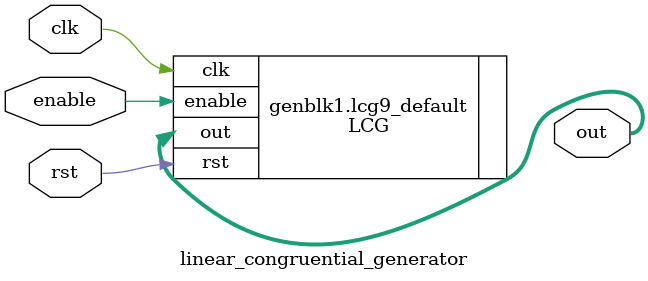
<source format=v>
module linear_congruential_generator (clk, rst, enable, out);
    parameter seed = 8;
    parameter width_state = 0;
    parameter width_output = 4;
    parameter variant = 0;
    input clk, rst;
    input enable;
    output [width_output-1:0] out;

    generate
       // thanks to L'Ecuyer (1999), "Tables of linear congruential generators of different sizes and good lattice structure", Math.Comp. 68, pp. 249-260
       case(width_state)

         8 : case (variant)
                      0: LCG #(.seed(seed), .width_state(16), .width_output(width_output), .multiplier(55), .module_const(251)) lcg8_0 (.clk(clk), .rst(rst), .enable(enable), .out(out));
                default: LCG #(.seed(seed), .width_state(16), .width_output(width_output), .multiplier(33), .module_const(251)) lcg8 (.clk(clk), .rst(rst), .enable(enable), .out(out));
              endcase


         9 : case (variant)
                      0: LCG #(.seed(seed), .width_state(18), .width_output(width_output), .multiplier(110), .module_const(509)) lcg9_0 (.clk(clk), .rst(rst), .enable(enable), .out(out));
                      1: LCG #(.seed(seed), .width_state(20), .width_output(width_output), .multiplier(273), .module_const(509)) lcg9_1 (.clk(clk), .rst(rst), .enable(enable), .out(out));
                      2: LCG #(.seed(seed), .width_state(20), .width_output(width_output), .multiplier(349), .module_const(509)) lcg9_2 (.clk(clk), .rst(rst), .enable(enable), .out(out));
                default: LCG #(.seed(seed), .width_state(16), .width_output(width_output), .multiplier(25), .module_const(509)) lcg9 (.clk(clk), .rst(rst), .enable(enable), .out(out));
              endcase


         10 : case (variant)
                      0: LCG #(.seed(seed), .width_state(21), .width_output(width_output), .multiplier(331), .module_const(1021)) lcg10_0 (.clk(clk), .rst(rst), .enable(enable), .out(out));
                default: LCG #(.seed(seed), .width_state(19), .width_output(width_output), .multiplier(65), .module_const(1021)) lcg10 (.clk(clk), .rst(rst), .enable(enable), .out(out));
              endcase


         11 : case (variant)
                      0: LCG #(.seed(seed), .width_state(22), .width_output(width_output), .multiplier(328), .module_const(2039)) lcg11_0 (.clk(clk), .rst(rst), .enable(enable), .out(out));
                      1: LCG #(.seed(seed), .width_state(22), .width_output(width_output), .multiplier(393), .module_const(2039)) lcg11_1 (.clk(clk), .rst(rst), .enable(enable), .out(out));
                default: LCG #(.seed(seed), .width_state(23), .width_output(width_output), .multiplier(995), .module_const(2039)) lcg11 (.clk(clk), .rst(rst), .enable(enable), .out(out));
              endcase


         12 : case (variant)
                      0: LCG #(.seed(seed), .width_state(22), .width_output(width_output), .multiplier(235), .module_const(4093)) lcg12_0 (.clk(clk), .rst(rst), .enable(enable), .out(out));
                      1: LCG #(.seed(seed), .width_state(22), .width_output(width_output), .multiplier(219), .module_const(4093)) lcg12_1 (.clk(clk), .rst(rst), .enable(enable), .out(out));
                      2: LCG #(.seed(seed), .width_state(26), .width_output(width_output), .multiplier(3551), .module_const(4093)) lcg12_2 (.clk(clk), .rst(rst), .enable(enable), .out(out));
                default: LCG #(.seed(seed), .width_state(22), .width_output(width_output), .multiplier(209), .module_const(4093)) lcg12 (.clk(clk), .rst(rst), .enable(enable), .out(out));
              endcase


         13 : case (variant)
                      0: LCG #(.seed(seed), .width_state(26), .width_output(width_output), .multiplier(1716), .module_const(8191)) lcg13_0 (.clk(clk), .rst(rst), .enable(enable), .out(out));
                      1: LCG #(.seed(seed), .width_state(27), .width_output(width_output), .multiplier(2685), .module_const(8191)) lcg13_1 (.clk(clk), .rst(rst), .enable(enable), .out(out));
                default: LCG #(.seed(seed), .width_state(25), .width_output(width_output), .multiplier(884), .module_const(8191)) lcg13 (.clk(clk), .rst(rst), .enable(enable), .out(out));
              endcase


         14 : case (variant)
                      0: LCG #(.seed(seed), .width_state(28), .width_output(width_output), .multiplier(3007), .module_const(16381)) lcg14_0 (.clk(clk), .rst(rst), .enable(enable), .out(out));
                      1: LCG #(.seed(seed), .width_state(26), .width_output(width_output), .multiplier(665), .module_const(16381)) lcg14_1 (.clk(clk), .rst(rst), .enable(enable), .out(out));
                      2: LCG #(.seed(seed), .width_state(30), .width_output(width_output), .multiplier(12957), .module_const(16381)) lcg14_2 (.clk(clk), .rst(rst), .enable(enable), .out(out));
                default: LCG #(.seed(seed), .width_state(26), .width_output(width_output), .multiplier(572), .module_const(16381)) lcg14 (.clk(clk), .rst(rst), .enable(enable), .out(out));
              endcase


         15 : case (variant)
                      0: LCG #(.seed(seed), .width_state(28), .width_output(width_output), .multiplier(1944), .module_const(32749)) lcg15_0 (.clk(clk), .rst(rst), .enable(enable), .out(out));
                      1: LCG #(.seed(seed), .width_state(31), .width_output(width_output), .multiplier(9515), .module_const(32749)) lcg15_1 (.clk(clk), .rst(rst), .enable(enable), .out(out));
                      2: LCG #(.seed(seed), .width_state(32), .width_output(width_output), .multiplier(22661), .module_const(32749)) lcg15_2 (.clk(clk), .rst(rst), .enable(enable), .out(out));
                default: LCG #(.seed(seed), .width_state(25), .width_output(width_output), .multiplier(219), .module_const(32749)) lcg15 (.clk(clk), .rst(rst), .enable(enable), .out(out));
              endcase


         16 : case (variant)
                      0: LCG #(.seed(seed), .width_state(34), .width_output(width_output), .multiplier(33285), .module_const(65521)) lcg16_0 (.clk(clk), .rst(rst), .enable(enable), .out(out));
                      1: LCG #(.seed(seed), .width_state(30), .width_output(width_output), .multiplier(2469), .module_const(65521)) lcg16_1 (.clk(clk), .rst(rst), .enable(enable), .out(out));
                default: LCG #(.seed(seed), .width_state(33), .width_output(width_output), .multiplier(17364), .module_const(65521)) lcg16 (.clk(clk), .rst(rst), .enable(enable), .out(out));
              endcase


         17 : case (variant)
                      0: LCG #(.seed(seed), .width_state(34), .width_output(width_output), .multiplier(29223), .module_const(131071)) lcg17_0 (.clk(clk), .rst(rst), .enable(enable), .out(out));
                      1: LCG #(.seed(seed), .width_state(34), .width_output(width_output), .multiplier(29803), .module_const(131071)) lcg17_1 (.clk(clk), .rst(rst), .enable(enable), .out(out));
                default: LCG #(.seed(seed), .width_state(35), .width_output(width_output), .multiplier(43165), .module_const(131071)) lcg17 (.clk(clk), .rst(rst), .enable(enable), .out(out));
              endcase


         18 : case (variant)
                      0: LCG #(.seed(seed), .width_state(35), .width_output(width_output), .multiplier(21876), .module_const(262139)) lcg18_0 (.clk(clk), .rst(rst), .enable(enable), .out(out));
                default: LCG #(.seed(seed), .width_state(37), .width_output(width_output), .multiplier(92717), .module_const(262139)) lcg18 (.clk(clk), .rst(rst), .enable(enable), .out(out));
              endcase


         19 : case (variant)
                      0: LCG #(.seed(seed), .width_state(37), .width_output(width_output), .multiplier(37698), .module_const(524287)) lcg19_0 (.clk(clk), .rst(rst), .enable(enable), .out(out));
                      1: LCG #(.seed(seed), .width_state(39), .width_output(width_output), .multiplier(155411), .module_const(524287)) lcg19_1 (.clk(clk), .rst(rst), .enable(enable), .out(out));
                default: LCG #(.seed(seed), .width_state(40), .width_output(width_output), .multiplier(283741), .module_const(524287)) lcg19 (.clk(clk), .rst(rst), .enable(enable), .out(out));
              endcase


         20 : case (variant)
                      0: LCG #(.seed(seed), .width_state(42), .width_output(width_output), .multiplier(604211), .module_const(1048573)) lcg20_0 (.clk(clk), .rst(rst), .enable(enable), .out(out));
                      1: LCG #(.seed(seed), .width_state(39), .width_output(width_output), .multiplier(100768), .module_const(1048573)) lcg20_1 (.clk(clk), .rst(rst), .enable(enable), .out(out));
                      2: LCG #(.seed(seed), .width_state(42), .width_output(width_output), .multiplier(947805), .module_const(1048573)) lcg20_2 (.clk(clk), .rst(rst), .enable(enable), .out(out));
                      3: LCG #(.seed(seed), .width_state(37), .width_output(width_output), .multiplier(22202), .module_const(1048573)) lcg20_3 (.clk(clk), .rst(rst), .enable(enable), .out(out));
                      4: LCG #(.seed(seed), .width_state(42), .width_output(width_output), .multiplier(1026371), .module_const(1048573)) lcg20_4 (.clk(clk), .rst(rst), .enable(enable), .out(out));
                default: LCG #(.seed(seed), .width_state(41), .width_output(width_output), .multiplier(380985), .module_const(1048573)) lcg20 (.clk(clk), .rst(rst), .enable(enable), .out(out));
              endcase


         21 : case (variant)
                      0: LCG #(.seed(seed), .width_state(43), .width_output(width_output), .multiplier(1043187), .module_const(2097143)) lcg21_0 (.clk(clk), .rst(rst), .enable(enable), .out(out));
                      1: LCG #(.seed(seed), .width_state(44), .width_output(width_output), .multiplier(1939807), .module_const(2097143)) lcg21_1 (.clk(clk), .rst(rst), .enable(enable), .out(out));
                default: LCG #(.seed(seed), .width_state(42), .width_output(width_output), .multiplier(360889), .module_const(2097143)) lcg21 (.clk(clk), .rst(rst), .enable(enable), .out(out));
              endcase


         22 : case (variant)
                      0: LCG #(.seed(seed), .width_state(46), .width_output(width_output), .multiplier(2788150), .module_const(4194301)) lcg22_0 (.clk(clk), .rst(rst), .enable(enable), .out(out));
                      1: LCG #(.seed(seed), .width_state(45), .width_output(width_output), .multiplier(1731287), .module_const(4194301)) lcg22_1 (.clk(clk), .rst(rst), .enable(enable), .out(out));
                      2: LCG #(.seed(seed), .width_state(46), .width_output(width_output), .multiplier(2463014), .module_const(4194301)) lcg22_2 (.clk(clk), .rst(rst), .enable(enable), .out(out));
                default: LCG #(.seed(seed), .width_state(44), .width_output(width_output), .multiplier(914334), .module_const(4194301)) lcg22 (.clk(clk), .rst(rst), .enable(enable), .out(out));
              endcase


         23 : case (variant)
                      0: LCG #(.seed(seed), .width_state(47), .width_output(width_output), .multiplier(3219358), .module_const(8388593)) lcg23_0 (.clk(clk), .rst(rst), .enable(enable), .out(out));
                      1: LCG #(.seed(seed), .width_state(46), .width_output(width_output), .multiplier(1706325), .module_const(8388593)) lcg23_1 (.clk(clk), .rst(rst), .enable(enable), .out(out));
                      2: LCG #(.seed(seed), .width_state(48), .width_output(width_output), .multiplier(6682268), .module_const(8388593)) lcg23_2 (.clk(clk), .rst(rst), .enable(enable), .out(out));
                      3: LCG #(.seed(seed), .width_state(44), .width_output(width_output), .multiplier(422527), .module_const(8388593)) lcg23_3 (.clk(clk), .rst(rst), .enable(enable), .out(out));
                      4: LCG #(.seed(seed), .width_state(48), .width_output(width_output), .multiplier(7966066), .module_const(8388593)) lcg23_4 (.clk(clk), .rst(rst), .enable(enable), .out(out));
                default: LCG #(.seed(seed), .width_state(45), .width_output(width_output), .multiplier(653276), .module_const(8388593)) lcg23 (.clk(clk), .rst(rst), .enable(enable), .out(out));
              endcase


         24 : case (variant)
                      0: LCG #(.seed(seed), .width_state(49), .width_output(width_output), .multiplier(7050296), .module_const(16777213)) lcg24_0 (.clk(clk), .rst(rst), .enable(enable), .out(out));
                      1: LCG #(.seed(seed), .width_state(49), .width_output(width_output), .multiplier(4408741), .module_const(16777213)) lcg24_1 (.clk(clk), .rst(rst), .enable(enable), .out(out));
                      2: LCG #(.seed(seed), .width_state(50), .width_output(width_output), .multiplier(12368472), .module_const(16777213)) lcg24_2 (.clk(clk), .rst(rst), .enable(enable), .out(out));
                      3: LCG #(.seed(seed), .width_state(46), .width_output(width_output), .multiplier(931724), .module_const(16777213)) lcg24_3 (.clk(clk), .rst(rst), .enable(enable), .out(out));
                      4: LCG #(.seed(seed), .width_state(50), .width_output(width_output), .multiplier(15845489), .module_const(16777213)) lcg24_4 (.clk(clk), .rst(rst), .enable(enable), .out(out));
                default: LCG #(.seed(seed), .width_state(49), .width_output(width_output), .multiplier(6423135), .module_const(16777213)) lcg24 (.clk(clk), .rst(rst), .enable(enable), .out(out));
              endcase


         25 : case (variant)
                      0: LCG #(.seed(seed), .width_state(51), .width_output(width_output), .multiplier(12836191), .module_const(33554393)) lcg25_0 (.clk(clk), .rst(rst), .enable(enable), .out(out));
                      1: LCG #(.seed(seed), .width_state(52), .width_output(width_output), .multiplier(28133808), .module_const(33554393)) lcg25_1 (.clk(clk), .rst(rst), .enable(enable), .out(out));
                      2: LCG #(.seed(seed), .width_state(52), .width_output(width_output), .multiplier(25612572), .module_const(33554393)) lcg25_2 (.clk(clk), .rst(rst), .enable(enable), .out(out));
                      3: LCG #(.seed(seed), .width_state(52), .width_output(width_output), .multiplier(31693768), .module_const(33554393)) lcg25_3 (.clk(clk), .rst(rst), .enable(enable), .out(out));
                default: LCG #(.seed(seed), .width_state(52), .width_output(width_output), .multiplier(25907312), .module_const(33554393)) lcg25 (.clk(clk), .rst(rst), .enable(enable), .out(out));
              endcase


         26 : case (variant)
                      0: LCG #(.seed(seed), .width_state(53), .width_output(width_output), .multiplier(19552116), .module_const(67108859)) lcg26_0 (.clk(clk), .rst(rst), .enable(enable), .out(out));
                      1: LCG #(.seed(seed), .width_state(54), .width_output(width_output), .multiplier(66117721), .module_const(67108859)) lcg26_1 (.clk(clk), .rst(rst), .enable(enable), .out(out));
                default: LCG #(.seed(seed), .width_state(53), .width_output(width_output), .multiplier(26590841), .module_const(67108859)) lcg26 (.clk(clk), .rst(rst), .enable(enable), .out(out));
              endcase


         27 : case (variant)
                      0: LCG #(.seed(seed), .width_state(55), .width_output(width_output), .multiplier(63826429), .module_const(134217689)) lcg27_0 (.clk(clk), .rst(rst), .enable(enable), .out(out));
                      1: LCG #(.seed(seed), .width_state(51), .width_output(width_output), .multiplier(3162696), .module_const(134217689)) lcg27_1 (.clk(clk), .rst(rst), .enable(enable), .out(out));
                default: LCG #(.seed(seed), .width_state(55), .width_output(width_output), .multiplier(45576512), .module_const(134217689)) lcg27 (.clk(clk), .rst(rst), .enable(enable), .out(out));
              endcase


         28 : case (variant)
                      0: LCG #(.seed(seed), .width_state(58), .width_output(width_output), .multiplier(140853223), .module_const(268435399)) lcg28_0 (.clk(clk), .rst(rst), .enable(enable), .out(out));
                      1: LCG #(.seed(seed), .width_state(55), .width_output(width_output), .multiplier(29908911), .module_const(268435399)) lcg28_1 (.clk(clk), .rst(rst), .enable(enable), .out(out));
                      2: LCG #(.seed(seed), .width_state(57), .width_output(width_output), .multiplier(104122896), .module_const(268435399)) lcg28_2 (.clk(clk), .rst(rst), .enable(enable), .out(out));
                default: LCG #(.seed(seed), .width_state(58), .width_output(width_output), .multiplier(246049789), .module_const(268435399)) lcg28 (.clk(clk), .rst(rst), .enable(enable), .out(out));
              endcase


         29 : case (variant)
                      0: LCG #(.seed(seed), .width_state(60), .width_output(width_output), .multiplier(530877178), .module_const(536870909)) lcg29_0 (.clk(clk), .rst(rst), .enable(enable), .out(out));
                default: LCG #(.seed(seed), .width_state(60), .width_output(width_output), .multiplier(520332806), .module_const(536870909)) lcg29 (.clk(clk), .rst(rst), .enable(enable), .out(out));
              endcase


         30 : case (variant)
                      0: LCG #(.seed(seed), .width_state(61), .width_output(width_output), .multiplier(295397169), .module_const(1073741789)) lcg30_0 (.clk(clk), .rst(rst), .enable(enable), .out(out));
                      1: LCG #(.seed(seed), .width_state(62), .width_output(width_output), .multiplier(921746065), .module_const(1073741789)) lcg30_1 (.clk(clk), .rst(rst), .enable(enable), .out(out));
                default: LCG #(.seed(seed), .width_state(62), .width_output(width_output), .multiplier(771645345), .module_const(1073741789)) lcg30 (.clk(clk), .rst(rst), .enable(enable), .out(out));
              endcase


         31 : case (variant)
                      0: LCG #(.seed(seed), .width_state(63), .width_output(width_output), .multiplier(784588716), .module_const(2147483647)) lcg31_0 (.clk(clk), .rst(rst), .enable(enable), .out(out));
                default: LCG #(.seed(seed), .width_state(64), .width_output(width_output), .multiplier(1583458089), .module_const(2147483647)) lcg31 (.clk(clk), .rst(rst), .enable(enable), .out(out));
              endcase


         32 : case (variant)
                      0: LCG #(.seed(seed), .width_state(65), .width_output(width_output), .multiplier(1223106847), .module_const(4294967291)) lcg32_0 (.clk(clk), .rst(rst), .enable(enable), .out(out));
                      1: LCG #(.seed(seed), .width_state(63), .width_output(width_output), .multiplier(279470273), .module_const(4294967291)) lcg32_1 (.clk(clk), .rst(rst), .enable(enable), .out(out));
                default: LCG #(.seed(seed), .width_state(65), .width_output(width_output), .multiplier(1588635695), .module_const(4294967291)) lcg32 (.clk(clk), .rst(rst), .enable(enable), .out(out));
              endcase


         33 : case (variant)
                      0: LCG #(.seed(seed), .width_state(67), .width_output(width_output), .multiplier(2278442619), .module_const(8589934583)) lcg33_0 (.clk(clk), .rst(rst), .enable(enable), .out(out));
                      1: LCG #(.seed(seed), .width_state(68), .width_output(width_output), .multiplier(7312638624), .module_const(8589934583)) lcg33_1 (.clk(clk), .rst(rst), .enable(enable), .out(out));
                default: LCG #(.seed(seed), .width_state(68), .width_output(width_output), .multiplier(7425194315), .module_const(8589934583)) lcg33 (.clk(clk), .rst(rst), .enable(enable), .out(out));
              endcase


         34 : case (variant)
                      0: LCG #(.seed(seed), .width_state(65), .width_output(width_output), .multiplier(473186378), .module_const(17179869143)) lcg34_0 (.clk(clk), .rst(rst), .enable(enable), .out(out));
                default: LCG #(.seed(seed), .width_state(69), .width_output(width_output), .multiplier(5295517759), .module_const(17179869143)) lcg34 (.clk(clk), .rst(rst), .enable(enable), .out(out));
              endcase


         35 : case (variant)
                      0: LCG #(.seed(seed), .width_state(72), .width_output(width_output), .multiplier(22277574834), .module_const(34359738337)) lcg35_0 (.clk(clk), .rst(rst), .enable(enable), .out(out));
                      1: LCG #(.seed(seed), .width_state(70), .width_output(width_output), .multiplier(8094871968), .module_const(34359738337)) lcg35_1 (.clk(clk), .rst(rst), .enable(enable), .out(out));
                default: LCG #(.seed(seed), .width_state(69), .width_output(width_output), .multiplier(3124199165), .module_const(34359738337)) lcg35 (.clk(clk), .rst(rst), .enable(enable), .out(out));
              endcase


         36 : case (variant)
                      0: LCG #(.seed(seed), .width_state(74), .width_output(width_output), .multiplier(45453986995), .module_const(68719476731)) lcg36_0 (.clk(clk), .rst(rst), .enable(enable), .out(out));
                default: LCG #(.seed(seed), .width_state(74), .width_output(width_output), .multiplier(49865143810), .module_const(68719476731)) lcg36 (.clk(clk), .rst(rst), .enable(enable), .out(out));
              endcase


         37 : case (variant)
                      0: LCG #(.seed(seed), .width_state(71), .width_output(width_output), .multiplier(2996735870), .module_const(137438953447)) lcg37_0 (.clk(clk), .rst(rst), .enable(enable), .out(out));
                      1: LCG #(.seed(seed), .width_state(76), .width_output(width_output), .multiplier(85876534675), .module_const(137438953447)) lcg37_1 (.clk(clk), .rst(rst), .enable(enable), .out(out));
                default: LCG #(.seed(seed), .width_state(76), .width_output(width_output), .multiplier(76886758244), .module_const(137438953447)) lcg37 (.clk(clk), .rst(rst), .enable(enable), .out(out));
              endcase


         38 : case (variant)
                      0: LCG #(.seed(seed), .width_state(77), .width_output(width_output), .multiplier(101262352583), .module_const(274877906899)) lcg38_0 (.clk(clk), .rst(rst), .enable(enable), .out(out));
                      1: LCG #(.seed(seed), .width_state(75), .width_output(width_output), .multiplier(24271817484), .module_const(274877906899)) lcg38_1 (.clk(clk), .rst(rst), .enable(enable), .out(out));
                default: LCG #(.seed(seed), .width_state(75), .width_output(width_output), .multiplier(17838542566), .module_const(274877906899)) lcg38 (.clk(clk), .rst(rst), .enable(enable), .out(out));
              endcase


         39 : case (variant)
                      0: LCG #(.seed(seed), .width_state(80), .width_output(width_output), .multiplier(486583348513), .module_const(549755813881)) lcg39_0 (.clk(clk), .rst(rst), .enable(enable), .out(out));
                      1: LCG #(.seed(seed), .width_state(80), .width_output(width_output), .multiplier(541240737696), .module_const(549755813881)) lcg39_1 (.clk(clk), .rst(rst), .enable(enable), .out(out));
                default: LCG #(.seed(seed), .width_state(77), .width_output(width_output), .multiplier(61992693052), .module_const(549755813881)) lcg39 (.clk(clk), .rst(rst), .enable(enable), .out(out));
              endcase


         40 : case (variant)
                      0: LCG #(.seed(seed), .width_state(79), .width_output(width_output), .multiplier(88718554611), .module_const(1099511627689)) lcg40_0 (.clk(clk), .rst(rst), .enable(enable), .out(out));
                      1: LCG #(.seed(seed), .width_state(82), .width_output(width_output), .multiplier(937333352873), .module_const(1099511627689)) lcg40_1 (.clk(clk), .rst(rst), .enable(enable), .out(out));
                default: LCG #(.seed(seed), .width_state(82), .width_output(width_output), .multiplier(1038914804222), .module_const(1099511627689)) lcg40 (.clk(clk), .rst(rst), .enable(enable), .out(out));
              endcase


         41 : case (variant)
                      0: LCG #(.seed(seed), .width_state(82), .width_output(width_output), .multiplier(416480024109), .module_const(2199023255531)) lcg41_0 (.clk(clk), .rst(rst), .enable(enable), .out(out));
                      1: LCG #(.seed(seed), .width_state(84), .width_output(width_output), .multiplier(1319743354064), .module_const(2199023255531)) lcg41_1 (.clk(clk), .rst(rst), .enable(enable), .out(out));
                default: LCG #(.seed(seed), .width_state(81), .width_output(width_output), .multiplier(140245111714), .module_const(2199023255531)) lcg41 (.clk(clk), .rst(rst), .enable(enable), .out(out));
              endcase


         42 : case (variant)
                      0: LCG #(.seed(seed), .width_state(86), .width_output(width_output), .multiplier(2928603677866), .module_const(4398046511093)) lcg42_0 (.clk(clk), .rst(rst), .enable(enable), .out(out));
                      1: LCG #(.seed(seed), .width_state(81), .width_output(width_output), .multiplier(92644101553), .module_const(4398046511093)) lcg42_1 (.clk(clk), .rst(rst), .enable(enable), .out(out));
                default: LCG #(.seed(seed), .width_state(86), .width_output(width_output), .multiplier(2214813540776), .module_const(4398046511093)) lcg42 (.clk(clk), .rst(rst), .enable(enable), .out(out));
              endcase


         43 : case (variant)
                      0: LCG #(.seed(seed), .width_state(87), .width_output(width_output), .multiplier(4204926164974), .module_const(8796093022151)) lcg43_0 (.clk(clk), .rst(rst), .enable(enable), .out(out));
                      1: LCG #(.seed(seed), .width_state(87), .width_output(width_output), .multiplier(3663455557440), .module_const(8796093022151)) lcg43_1 (.clk(clk), .rst(rst), .enable(enable), .out(out));
                default: LCG #(.seed(seed), .width_state(88), .width_output(width_output), .multiplier(4928052325348), .module_const(8796093022151)) lcg43 (.clk(clk), .rst(rst), .enable(enable), .out(out));
              endcase


         44 : case (variant)
                      0: LCG #(.seed(seed), .width_state(90), .width_output(width_output), .multiplier(11394954323348), .module_const(17592186044399)) lcg44_0 (.clk(clk), .rst(rst), .enable(enable), .out(out));
                      1: LCG #(.seed(seed), .width_state(86), .width_output(width_output), .multiplier(949305806524), .module_const(17592186044399)) lcg44_1 (.clk(clk), .rst(rst), .enable(enable), .out(out));
                default: LCG #(.seed(seed), .width_state(89), .width_output(width_output), .multiplier(6307617245999), .module_const(17592186044399)) lcg44 (.clk(clk), .rst(rst), .enable(enable), .out(out));
              endcase


         45 : case (variant)
                      0: LCG #(.seed(seed), .width_state(92), .width_output(width_output), .multiplier(18586042069168), .module_const(35184372088777)) lcg45_0 (.clk(clk), .rst(rst), .enable(enable), .out(out));
                      1: LCG #(.seed(seed), .width_state(92), .width_output(width_output), .multiplier(20827157855185), .module_const(35184372088777)) lcg45_1 (.clk(clk), .rst(rst), .enable(enable), .out(out));
                default: LCG #(.seed(seed), .width_state(92), .width_output(width_output), .multiplier(25933916233908), .module_const(35184372088777)) lcg45 (.clk(clk), .rst(rst), .enable(enable), .out(out));
              endcase


         46 : case (variant)
                      0: LCG #(.seed(seed), .width_state(92), .width_output(width_output), .multiplier(15721062042478), .module_const(70368744177643)) lcg46_0 (.clk(clk), .rst(rst), .enable(enable), .out(out));
                      1: LCG #(.seed(seed), .width_state(93), .width_output(width_output), .multiplier(31895852118078), .module_const(70368744177643)) lcg46_1 (.clk(clk), .rst(rst), .enable(enable), .out(out));
                default: LCG #(.seed(seed), .width_state(94), .width_output(width_output), .multiplier(63975993200055), .module_const(70368744177643)) lcg46 (.clk(clk), .rst(rst), .enable(enable), .out(out));
              endcase


         47 : case (variant)
                      0: LCG #(.seed(seed), .width_state(95), .width_output(width_output), .multiplier(47912952719020), .module_const(140737488355213)) lcg47_0 (.clk(clk), .rst(rst), .enable(enable), .out(out));
                      1: LCG #(.seed(seed), .width_state(96), .width_output(width_output), .multiplier(106090059835221), .module_const(140737488355213)) lcg47_1 (.clk(clk), .rst(rst), .enable(enable), .out(out));
                default: LCG #(.seed(seed), .width_state(96), .width_output(width_output), .multiplier(72624924005429), .module_const(140737488355213)) lcg47 (.clk(clk), .rst(rst), .enable(enable), .out(out));
              endcase


         48 : case (variant)
                      0: LCG #(.seed(seed), .width_state(96), .width_output(width_output), .multiplier(51699608632694), .module_const(281474976710597)) lcg48_0 (.clk(clk), .rst(rst), .enable(enable), .out(out));
                      1: LCG #(.seed(seed), .width_state(96), .width_output(width_output), .multiplier(59279420901007), .module_const(281474976710597)) lcg48_1 (.clk(clk), .rst(rst), .enable(enable), .out(out));
                default: LCG #(.seed(seed), .width_state(96), .width_output(width_output), .multiplier(49235258628958), .module_const(281474976710597)) lcg48 (.clk(clk), .rst(rst), .enable(enable), .out(out));
              endcase


         49 : case (variant)
                      0: LCG #(.seed(seed), .width_state(100), .width_output(width_output), .multiplier(480567615612976), .module_const(562949953421231)) lcg49_0 (.clk(clk), .rst(rst), .enable(enable), .out(out));
                      1: LCG #(.seed(seed), .width_state(100), .width_output(width_output), .multiplier(305898857643681), .module_const(562949953421231)) lcg49_1 (.clk(clk), .rst(rst), .enable(enable), .out(out));
                default: LCG #(.seed(seed), .width_state(99), .width_output(width_output), .multiplier(265609885904224), .module_const(562949953421231)) lcg49 (.clk(clk), .rst(rst), .enable(enable), .out(out));
              endcase


         50 : case (variant)
                      0: LCG #(.seed(seed), .width_state(100), .width_output(width_output), .multiplier(157252724901243), .module_const(1125899906842597)) lcg50_0 (.clk(clk), .rst(rst), .enable(enable), .out(out));
                      1: LCG #(.seed(seed), .width_state(102), .width_output(width_output), .multiplier(791038363307311), .module_const(1125899906842597)) lcg50_1 (.clk(clk), .rst(rst), .enable(enable), .out(out));
                default: LCG #(.seed(seed), .width_state(102), .width_output(width_output), .multiplier(1087141320185010), .module_const(1125899906842597)) lcg50 (.clk(clk), .rst(rst), .enable(enable), .out(out));
              endcase


         51 : case (variant)
                      0: LCG #(.seed(seed), .width_state(101), .width_output(width_output), .multiplier(277678575478219), .module_const(2251799813685119)) lcg51_0 (.clk(clk), .rst(rst), .enable(enable), .out(out));
                      1: LCG #(.seed(seed), .width_state(102), .width_output(width_output), .multiplier(486848186921772), .module_const(2251799813685119)) lcg51_1 (.clk(clk), .rst(rst), .enable(enable), .out(out));
                default: LCG #(.seed(seed), .width_state(102), .width_output(width_output), .multiplier(349044191547257), .module_const(2251799813685119)) lcg51 (.clk(clk), .rst(rst), .enable(enable), .out(out));
              endcase


         52 : case (variant)
                      0: LCG #(.seed(seed), .width_state(106), .width_output(width_output), .multiplier(3622689089018661), .module_const(4503599627370449)) lcg52_0 (.clk(clk), .rst(rst), .enable(enable), .out(out));
                      1: LCG #(.seed(seed), .width_state(104), .width_output(width_output), .multiplier(711667642880185), .module_const(4503599627370449)) lcg52_1 (.clk(clk), .rst(rst), .enable(enable), .out(out));
                default: LCG #(.seed(seed), .width_state(106), .width_output(width_output), .multiplier(4359287924442956), .module_const(4503599627370449)) lcg52 (.clk(clk), .rst(rst), .enable(enable), .out(out));
              endcase


         53 : case (variant)
                      0: LCG #(.seed(seed), .width_state(107), .width_output(width_output), .multiplier(4179081713689027), .module_const(9007199254740881)) lcg53_0 (.clk(clk), .rst(rst), .enable(enable), .out(out));
                      1: LCG #(.seed(seed), .width_state(108), .width_output(width_output), .multiplier(5667072534355537), .module_const(9007199254740881)) lcg53_1 (.clk(clk), .rst(rst), .enable(enable), .out(out));
                default: LCG #(.seed(seed), .width_state(106), .width_output(width_output), .multiplier(2082839274626558), .module_const(9007199254740881)) lcg53 (.clk(clk), .rst(rst), .enable(enable), .out(out));
              endcase


         54 : case (variant)
                      0: LCG #(.seed(seed), .width_state(108), .width_output(width_output), .multiplier(3819217137918427), .module_const(18014398509481951)) lcg54_0 (.clk(clk), .rst(rst), .enable(enable), .out(out));
                      1: LCG #(.seed(seed), .width_state(110), .width_output(width_output), .multiplier(11676603717543485), .module_const(18014398509481951)) lcg54_1 (.clk(clk), .rst(rst), .enable(enable), .out(out));
                default: LCG #(.seed(seed), .width_state(110), .width_output(width_output), .multiplier(9131148267933071), .module_const(18014398509481951)) lcg54 (.clk(clk), .rst(rst), .enable(enable), .out(out));
              endcase


         55 : case (variant)
                      0: LCG #(.seed(seed), .width_state(112), .width_output(width_output), .multiplier(19708881949174686), .module_const(36028797018963913)) lcg55_0 (.clk(clk), .rst(rst), .enable(enable), .out(out));
                      1: LCG #(.seed(seed), .width_state(112), .width_output(width_output), .multiplier(32075972421209701), .module_const(36028797018963913)) lcg55_1 (.clk(clk), .rst(rst), .enable(enable), .out(out));
                default: LCG #(.seed(seed), .width_state(112), .width_output(width_output), .multiplier(33266544676670489), .module_const(36028797018963913)) lcg55 (.clk(clk), .rst(rst), .enable(enable), .out(out));
              endcase


         56 : case (variant)
                      0: LCG #(.seed(seed), .width_state(113), .width_output(width_output), .multiplier(26093644409268278), .module_const(72057594037927931)) lcg56_0 (.clk(clk), .rst(rst), .enable(enable), .out(out));
                      1: LCG #(.seed(seed), .width_state(111), .width_output(width_output), .multiplier(4595551687828611), .module_const(72057594037927931)) lcg56_1 (.clk(clk), .rst(rst), .enable(enable), .out(out));
                default: LCG #(.seed(seed), .width_state(111), .width_output(width_output), .multiplier(4595551687825993), .module_const(72057594037927931)) lcg56 (.clk(clk), .rst(rst), .enable(enable), .out(out));
              endcase


         57 : case (variant)
                      0: LCG #(.seed(seed), .width_state(116), .width_output(width_output), .multiplier(95424006161758065), .module_const(144115188075855859)) lcg57_0 (.clk(clk), .rst(rst), .enable(enable), .out(out));
                      1: LCG #(.seed(seed), .width_state(116), .width_output(width_output), .multiplier(133686472073660397), .module_const(144115188075855859)) lcg57_1 (.clk(clk), .rst(rst), .enable(enable), .out(out));
                default: LCG #(.seed(seed), .width_state(116), .width_output(width_output), .multiplier(75953708294752990), .module_const(144115188075855859)) lcg57 (.clk(clk), .rst(rst), .enable(enable), .out(out));
              endcase


         58 : case (variant)
                      0: LCG #(.seed(seed), .width_state(118), .width_output(width_output), .multiplier(163847936876980536), .module_const(288230376151711717)) lcg58_0 (.clk(clk), .rst(rst), .enable(enable), .out(out));
                      1: LCG #(.seed(seed), .width_state(118), .width_output(width_output), .multiplier(206638310974457555), .module_const(288230376151711717)) lcg58_1 (.clk(clk), .rst(rst), .enable(enable), .out(out));
                default: LCG #(.seed(seed), .width_state(117), .width_output(width_output), .multiplier(101565695086122187), .module_const(288230376151711717)) lcg58 (.clk(clk), .rst(rst), .enable(enable), .out(out));
              endcase


         59 : case (variant)
                      0: LCG #(.seed(seed), .width_state(118), .width_output(width_output), .multiplier(124795884580648576), .module_const(576460752303423433)) lcg59_0 (.clk(clk), .rst(rst), .enable(enable), .out(out));
                      1: LCG #(.seed(seed), .width_state(120), .width_output(width_output), .multiplier(573223409952553925), .module_const(576460752303423433)) lcg59_1 (.clk(clk), .rst(rst), .enable(enable), .out(out));
                default: LCG #(.seed(seed), .width_state(120), .width_output(width_output), .multiplier(346764851511064641), .module_const(576460752303423433)) lcg59 (.clk(clk), .rst(rst), .enable(enable), .out(out));
              endcase


         60 : case (variant)
                      0: LCG #(.seed(seed), .width_state(121), .width_output(width_output), .multiplier(439138238526007932), .module_const(1152921504606846883)) lcg60_0 (.clk(clk), .rst(rst), .enable(enable), .out(out));
                      1: LCG #(.seed(seed), .width_state(122), .width_output(width_output), .multiplier(734022639675925522), .module_const(1152921504606846883)) lcg60_1 (.clk(clk), .rst(rst), .enable(enable), .out(out));
                default: LCG #(.seed(seed), .width_state(121), .width_output(width_output), .multiplier(561860773102413563), .module_const(1152921504606846883)) lcg60 (.clk(clk), .rst(rst), .enable(enable), .out(out));
              endcase


         61 : case (variant)
                      0: LCG #(.seed(seed), .width_state(123), .width_output(width_output), .multiplier(1070922063159934167), .module_const(2305843009213693951)) lcg61_0 (.clk(clk), .rst(rst), .enable(enable), .out(out));
                      1: LCG #(.seed(seed), .width_state(124), .width_output(width_output), .multiplier(1267205010812451270), .module_const(2305843009213693951)) lcg61_1 (.clk(clk), .rst(rst), .enable(enable), .out(out));
                default: LCG #(.seed(seed), .width_state(124), .width_output(width_output), .multiplier(1351750484049952003), .module_const(2305843009213693951)) lcg61 (.clk(clk), .rst(rst), .enable(enable), .out(out));
              endcase


       default: LCG #(.seed(seed), .width_state(18), .width_output(width_output), .multiplier(110), .module_const(509)) lcg9_default (.clk(clk), .rst(rst), .enable(enable), .out(out));
       endcase
    endgenerate
endmodule

</source>
